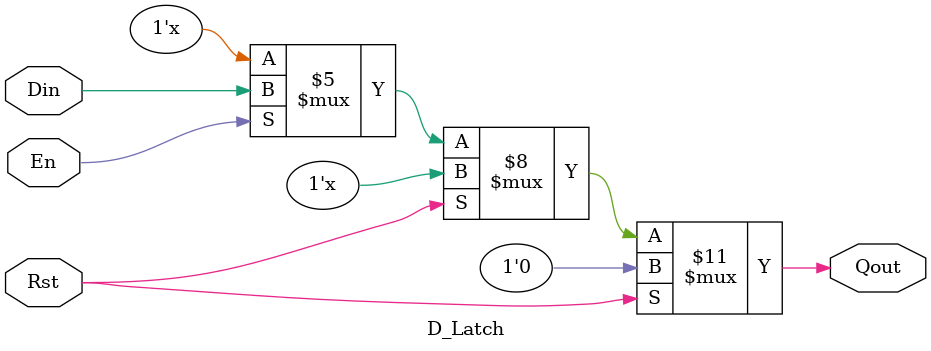
<source format=v>
`timescale 1ns / 1ps


module D_Latch(
    //input Clk, //High Level Triggered
    input Din,
    input En, //Active High
    input Rst, //Active high reset
    output reg Qout
    );
    always @ (Din, Rst, En)
    begin
    if(Rst == 1'b1) Qout = 1'b0; 
    else if (En == 1'b0) Qout = Qout; //Keep its previous value
    else Qout = Din;
    end
endmodule

</source>
